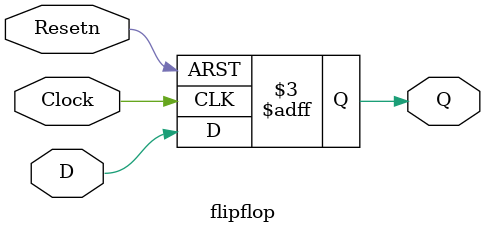
<source format=v>
module flipflop (D, Clock, Resetn, Q);
	input D, Clock, Resetn;
	output reg Q;
	
	always @(negedge Resetn, posedge Clock)
		if (!Resetn)
			Q <= 0;
		else 
			Q <= D;
	
endmodule


</source>
